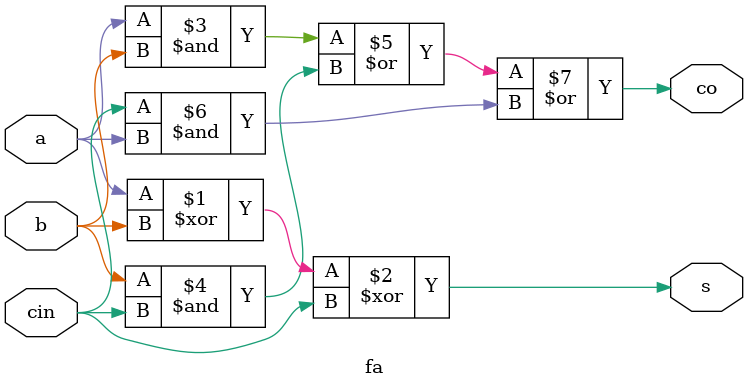
<source format=sv>
module four_full_bit_addr(a,b,s,cout,cin);
  input [3:0]a,b;
  input cin;
  output [3:0]s;
  output cout;
  wire [2:0]w;
  fa fa1(a[0],b[0],cin,s[0],w[0]);
  fa fa2(a[1],b[1],w[0],s[1],w[1]);
  fa fa3(a[2],b[2],w[1],s[2],w[2]);
  fa fa4(a[3],b[3],w[2],s[3],cout);
endmodule
module fa(a,b,cin,s,co);
    input a,b,cin;
    output s,co;
    assign s=a^b^cin;
  assign co=(a&b)|(b&cin)|(cin&a);
endmodule

</source>
